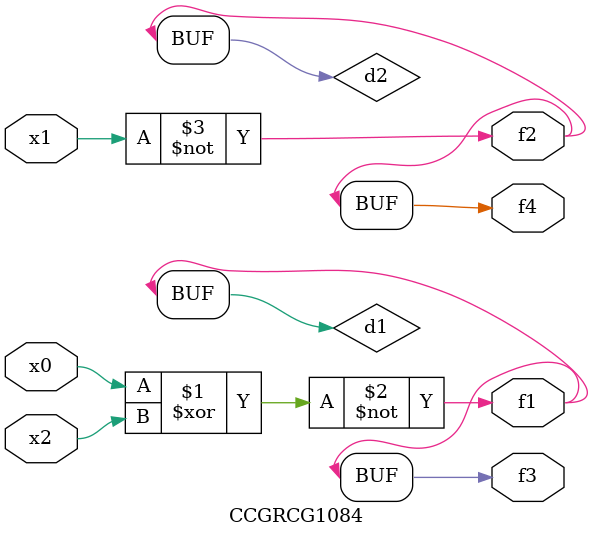
<source format=v>
module CCGRCG1084(
	input x0, x1, x2,
	output f1, f2, f3, f4
);

	wire d1, d2, d3;

	xnor (d1, x0, x2);
	nand (d2, x1);
	nor (d3, x1, x2);
	assign f1 = d1;
	assign f2 = d2;
	assign f3 = d1;
	assign f4 = d2;
endmodule

</source>
